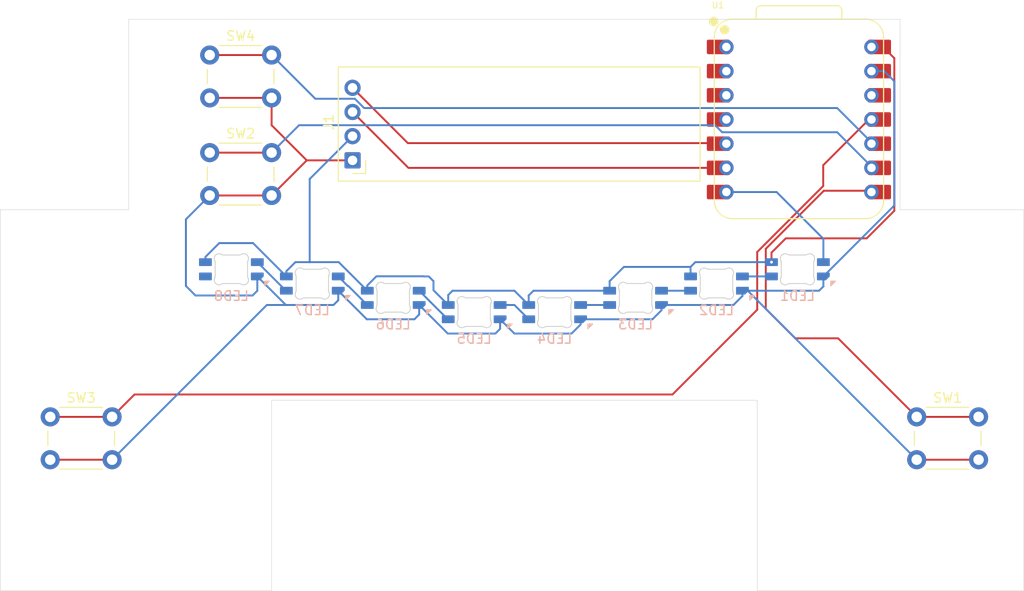
<source format=kicad_pcb>
(kicad_pcb (version 20241229) (generator "pcbnew") (generator_version "9.0")
  (layers (0 "F.Cu" signal) (2 "B.Cu" signal) (13 "F.Paste" user) (15 "B.Paste" user) (5 "F.SilkS" user "F.Silkscreen") (7 "B.SilkS" user "B.Silkscreen") (1 "F.Mask" user) (3 "B.Mask" user) (25 "Edge.Cuts" user))
  (net 0 "")
  (net 1 "+5V")
  (net 2 "GND")
  (net 3 "SDA")
  (net 4 "SCL")
  (net 5 "Net-(LED1-DOUT)")
  (net 6 "LED")
  (net 7 "Net-(LED2-DOUT)")
  (net 8 "Net-(LED3-DOUT)")
  (net 9 "LED1")
  (net 10 "Net-(LED5-DOUT)")
  (net 11 "Net-(LED6-DOUT)")
  (net 12 "Net-(LED7-DOUT)")
  (net 14 "SW1")
  (net 15 "SW2")
  (net 16 "SW3")
  (net 17 "SW4")
  (footprint "Seeed Studio XIAO Series Library:XIAO-RP2040-DIP" (layer "F.Cu") (at 201.38 70.5185)
    (property "Reference" "U1" (at -8.5 -12 0) (layer "F.SilkS") (effects (font (size 0.635 0.635) (thickness 0.1016))))
    (property "Value" "XIAO-RP2040-DIP")
    (fp_line (start -8.89 8.509) (end -8.89 -8.636) (stroke (width 0.127)) (layer "F.SilkS"))
    (fp_line (start -6.985 10.414) (end 6.985 10.414) (stroke (width 0.127)) (layer "F.SilkS"))
    (fp_line (start -4.495 -10.541) (end -4.491272 -11.451272) (stroke (width 0.127)) (layer "F.SilkS"))
    (fp_line (start -3.991272 -11.951) (end 4.004 -11.951) (stroke (width 0.127)) (layer "F.SilkS"))
    (fp_line (start 4.504 -11.451) (end 4.504 -10.541) (stroke (width 0.127)) (layer "F.SilkS"))
    (fp_line (start 6.985 -10.541) (end -6.985 -10.541) (stroke (width 0.1)) (layer "F.SilkS"))
    (fp_line (start 6.985 -10.541) (end -6.985 -10.541) (stroke (width 0.127)) (layer "F.SilkS"))
    (fp_line (start 8.89 8.509) (end 8.89 -8.636) (stroke (width 0.127)) (layer "F.SilkS"))
    (fp_arc (start -8.89 -8.636) (mid -8.332038 -9.983038) (end -6.985 -10.541) (stroke (width 0.127)) (layer "F.SilkS"))
    (fp_arc (start -6.985 10.414) (mid -8.332038 9.856038) (end -8.89 8.509) (stroke (width 0.127)) (layer "F.SilkS"))
    (fp_arc (start -4.491272 -11.451272) (mid -4.344724 -11.804644) (end -3.991272 -11.951) (stroke (width 0.127)) (layer "F.SilkS"))
    (fp_arc (start 4.004 -11.951) (mid 4.357553 -11.804553) (end 4.504 -11.451) (stroke (width 0.127)) (layer "F.SilkS"))
    (fp_arc (start 6.985 -10.541) (mid 8.332038 -9.983038) (end 8.89 -8.636) (stroke (width 0.127)) (layer "F.SilkS"))
    (fp_arc (start 8.89 8.509) (mid 8.332038 9.856038) (end 6.985 10.414) (stroke (width 0.127)) (layer "F.SilkS"))
    (fp_circle (center -8.95 -10.3) (end -8.95 -10.554) (stroke (width 0.5)) (fill yes) (layer "F.SilkS"))
    (fp_circle (center -7.807 -9.42) (end -7.807 -9.674) (stroke (width 0.5)) (fill yes) (layer "F.SilkS"))
    (pad "1" smd roundrect (at -8.455 -7.62 180) (size 2.432 1.524) (layers "F.Cu" "F.Mask") (roundrect_rratio 0.1))
    (pad "1" thru_hole circle (at -7.62 -7.62 180) (size 1.524 1.524) (drill 0.889) (layers "*.Cu" "*.Mask"))
    (pad "2" smd roundrect (at -8.455 -5.08 180) (size 2.432 1.524) (layers "F.Cu" "F.Mask") (roundrect_rratio 0.1))
    (pad "2" thru_hole circle (at -7.62 -5.08 180) (size 1.524 1.524) (drill 0.889) (layers "*.Cu" "*.Mask"))
    (pad "3" smd roundrect (at -8.455 -2.54 180) (size 2.432 1.524) (layers "F.Cu" "F.Mask") (roundrect_rratio 0.1))
    (pad "3" thru_hole circle (at -7.62 -2.54 180) (size 1.524 1.524) (drill 0.889) (layers "*.Cu" "*.Mask"))
    (pad "4" smd roundrect (at -8.455 0 180) (size 2.432 1.524) (layers "F.Cu" "F.Mask") (roundrect_rratio 0.1))
    (pad "4" thru_hole circle (at -7.62 0 180) (size 1.524 1.524) (drill 0.889) (layers "*.Cu" "*.Mask"))
    (pad "5" smd roundrect (at -8.455 2.54 180) (size 2.432 1.524) (layers "F.Cu" "F.Mask") (roundrect_rratio 0.1) (net 3 "SDA"))
    (pad "5" thru_hole circle (at -7.62 2.54 180) (size 1.524 1.524) (drill 0.889) (layers "*.Cu" "*.Mask") (net 3 "SDA"))
    (pad "6" smd roundrect (at -8.455 5.08 180) (size 2.432 1.524) (layers "F.Cu" "F.Mask") (roundrect_rratio 0.1) (net 4 "SCL"))
    (pad "6" thru_hole circle (at -7.62 5.08 180) (size 1.524 1.524) (drill 0.889) (layers "*.Cu" "*.Mask") (net 4 "SCL"))
    (pad "7" smd roundrect (at -8.455 7.62 180) (size 2.432 1.524) (layers "F.Cu" "F.Mask") (roundrect_rratio 0.1) (net 6 "LED"))
    (pad "7" thru_hole circle (at -7.62 7.62 180) (size 1.524 1.524) (drill 0.889) (layers "*.Cu" "*.Mask") (net 6 "LED"))
    (pad "8" thru_hole circle (at 7.62 7.62) (size 1.524 1.524) (drill 0.889) (layers "*.Cu" "*.Mask") (net 14 "SW1"))
    (pad "8" smd roundrect (at 8.455 7.62) (size 2.432 1.524) (layers "F.Cu" "F.Mask") (roundrect_rratio 0.1) (net 14 "SW1"))
    (pad "9" thru_hole circle (at 7.62 5.08) (size 1.524 1.524) (drill 0.889) (layers "*.Cu" "*.Mask") (net 15 "SW2"))
    (pad "9" smd roundrect (at 8.455 5.08) (size 2.432 1.524) (layers "F.Cu" "F.Mask") (roundrect_rratio 0.1) (net 15 "SW2"))
    (pad "10" thru_hole circle (at 7.62 2.54) (size 1.524 1.524) (drill 0.889) (layers "*.Cu" "*.Mask") (net 17 "SW4"))
    (pad "10" smd roundrect (at 8.455 2.54) (size 2.432 1.524) (layers "F.Cu" "F.Mask") (roundrect_rratio 0.1) (net 17 "SW4"))
    (pad "11" thru_hole circle (at 7.62 0) (size 1.524 1.524) (drill 0.889) (layers "*.Cu" "*.Mask") (net 16 "SW3"))
    (pad "11" smd roundrect (at 8.455 0) (size 2.432 1.524) (layers "F.Cu" "F.Mask") (roundrect_rratio 0.1) (net 16 "SW3"))
    (pad "12" thru_hole circle (at 7.62 -2.54) (size 1.524 1.524) (drill 0.889) (layers "*.Cu" "*.Mask"))
    (pad "12" smd roundrect (at 8.455 -2.54) (size 2.432 1.524) (layers "F.Cu" "F.Mask") (roundrect_rratio 0.1))
    (pad "13" thru_hole circle (at 7.62 -5.08) (size 1.524 1.524) (drill 0.889) (layers "*.Cu" "*.Mask") (net 2 "GND"))
    (pad "13" smd roundrect (at 8.455 -5.08) (size 2.432 1.524) (layers "F.Cu" "F.Mask") (roundrect_rratio 0.1) (net 2 "GND"))
    (pad "14" thru_hole circle (at 7.62 -7.62) (size 1.524 1.524) (drill 0.889) (layers "*.Cu" "*.Mask") (net 1 "+5V"))
    (pad "14" smd roundrect (at 8.455 -7.62) (size 2.432 1.524) (layers "F.Cu" "F.Mask") (roundrect_rratio 0.1) (net 1 "+5V"))
  )
  (footprint "OLED:OLED_0.91_128x32" (layer "F.Cu") (at 154.5 74.81 90)
    (property "Reference" "J1" (at 4 -2.5 90) (layer "F.SilkS"))
    (property "Value" "Conn_01x04_Pin")
    (fp_line (start -1.38 0) (end -1.38 1.38) (stroke (width 0.12)) (layer "F.SilkS"))
    (fp_line (start 0 1.38) (end -1.38 1.38) (stroke (width 0.12)) (layer "F.SilkS"))
    (fp_rect (start -2.19 -1.5) (end 9.81 36.5) (stroke (width 0.12)) (fill no) (layer "F.SilkS"))
    (pad "1" thru_hole roundrect (at 0 0 90) (size 1.7 1.7) (drill 1) (layers "*.Cu" "*.Mask") (roundrect_rratio 0.1) (net 2 "GND"))
    (pad "2" thru_hole circle (at 2.54 0 90) (size 1.7 1.7) (drill 1) (layers "*.Cu" "*.Mask") (net 1 "+5V"))
    (pad "3" thru_hole circle (at 5.08 0 90) (size 1.7 1.7) (drill 1) (layers "*.Cu" "*.Mask") (net 4 "SCL"))
    (pad "4" thru_hole circle (at 7.62 0 90) (size 1.7 1.7) (drill 1) (layers "*.Cu" "*.Mask") (net 3 "SDA"))
  )
  (footprint "Button_Switch_THT:SW_PUSH_6mm_H7.3mm" (layer "F.Cu") (at 122.75 101.75)
    (property "Reference" "SW3" (at 3.25 -2 0) (layer "F.SilkS"))
    (property "Value" "SW_Push")
    (fp_line (start -0.25 1.5) (end -0.25 3) (stroke (width 0.12)) (layer "F.SilkS"))
    (fp_line (start 1 5.5) (end 5.5 5.5) (stroke (width 0.12)) (layer "F.SilkS"))
    (fp_line (start 5.5 -1) (end 1 -1) (stroke (width 0.12)) (layer "F.SilkS"))
    (fp_line (start 6.75 3) (end 6.75 1.5) (stroke (width 0.12)) (layer "F.SilkS"))
    (pad "1" thru_hole circle (at 0 0 90) (size 2 2) (drill 1.1) (layers "*.Cu" "*.Mask") (net 16 "SW3"))
    (pad "1" thru_hole circle (at 6.5 0 90) (size 2 2) (drill 1.1) (layers "*.Cu" "*.Mask") (net 16 "SW3"))
    (pad "2" thru_hole circle (at 0 4.5 90) (size 2 2) (drill 1.1) (layers "*.Cu" "*.Mask") (net 2 "GND"))
    (pad "2" thru_hole circle (at 6.5 4.5 90) (size 2 2) (drill 1.1) (layers "*.Cu" "*.Mask") (net 2 "GND"))
  )
  (footprint "Button_Switch_THT:SW_PUSH_6mm_H7.3mm" (layer "F.Cu") (at 213.75 101.75)
    (property "Reference" "SW1" (at 3.25 -2 0) (layer "F.SilkS"))
    (property "Value" "SW_Push")
    (fp_line (start -0.25 1.5) (end -0.25 3) (stroke (width 0.12)) (layer "F.SilkS"))
    (fp_line (start 1 5.5) (end 5.5 5.5) (stroke (width 0.12)) (layer "F.SilkS"))
    (fp_line (start 5.5 -1) (end 1 -1) (stroke (width 0.12)) (layer "F.SilkS"))
    (fp_line (start 6.75 3) (end 6.75 1.5) (stroke (width 0.12)) (layer "F.SilkS"))
    (pad "1" thru_hole circle (at 0 0 90) (size 2 2) (drill 1.1) (layers "*.Cu" "*.Mask") (net 14 "SW1"))
    (pad "1" thru_hole circle (at 6.5 0 90) (size 2 2) (drill 1.1) (layers "*.Cu" "*.Mask") (net 14 "SW1"))
    (pad "2" thru_hole circle (at 0 4.5 90) (size 2 2) (drill 1.1) (layers "*.Cu" "*.Mask") (net 2 "GND"))
    (pad "2" thru_hole circle (at 6.5 4.5 90) (size 2 2) (drill 1.1) (layers "*.Cu" "*.Mask") (net 2 "GND"))
  )
  (footprint "Button_Switch_THT:SW_PUSH_6mm_H7.3mm" (layer "F.Cu") (at 139.5 63.75)
    (property "Reference" "SW4" (at 3.25 -2 0) (layer "F.SilkS"))
    (property "Value" "SW_Push")
    (fp_line (start -0.25 1.5) (end -0.25 3) (stroke (width 0.12)) (layer "F.SilkS"))
    (fp_line (start 1 5.5) (end 5.5 5.5) (stroke (width 0.12)) (layer "F.SilkS"))
    (fp_line (start 5.5 -1) (end 1 -1) (stroke (width 0.12)) (layer "F.SilkS"))
    (fp_line (start 6.75 3) (end 6.75 1.5) (stroke (width 0.12)) (layer "F.SilkS"))
    (pad "1" thru_hole circle (at 0 0 90) (size 2 2) (drill 1.1) (layers "*.Cu" "*.Mask") (net 17 "SW4"))
    (pad "1" thru_hole circle (at 6.5 0 90) (size 2 2) (drill 1.1) (layers "*.Cu" "*.Mask") (net 17 "SW4"))
    (pad "2" thru_hole circle (at 0 4.5 90) (size 2 2) (drill 1.1) (layers "*.Cu" "*.Mask") (net 2 "GND"))
    (pad "2" thru_hole circle (at 6.5 4.5 90) (size 2 2) (drill 1.1) (layers "*.Cu" "*.Mask") (net 2 "GND"))
  )
  (footprint "Button_Switch_THT:SW_PUSH_6mm_H7.3mm" (layer "F.Cu") (at 139.5 74)
    (property "Reference" "SW2" (at 3.25 -2 0) (layer "F.SilkS"))
    (property "Value" "SW_Push")
    (fp_line (start -0.25 1.5) (end -0.25 3) (stroke (width 0.12)) (layer "F.SilkS"))
    (fp_line (start 1 5.5) (end 5.5 5.5) (stroke (width 0.12)) (layer "F.SilkS"))
    (fp_line (start 5.5 -1) (end 1 -1) (stroke (width 0.12)) (layer "F.SilkS"))
    (fp_line (start 6.75 3) (end 6.75 1.5) (stroke (width 0.12)) (layer "F.SilkS"))
    (pad "1" thru_hole circle (at 0 0 90) (size 2 2) (drill 1.1) (layers "*.Cu" "*.Mask") (net 15 "SW2"))
    (pad "1" thru_hole circle (at 6.5 0 90) (size 2 2) (drill 1.1) (layers "*.Cu" "*.Mask") (net 15 "SW2"))
    (pad "2" thru_hole circle (at 0 4.5 90) (size 2 2) (drill 1.1) (layers "*.Cu" "*.Mask") (net 2 "GND"))
    (pad "2" thru_hole circle (at 6.5 4.5 90) (size 2 2) (drill 1.1) (layers "*.Cu" "*.Mask") (net 2 "GND"))
  )
  (footprint "PCM_marbastlib-various:LED_6028R" (layer "B.Cu") (at 201.225 86.25 180)
    (property "Reference" "LED1" (at 0 -2.8 0) (layer "B.SilkS") (effects (justify mirror)))
    (property "Value" "SK6812MINI-E")
    (fp_poly (pts (xy -3.5 -1.25) (xy -3.5 -1.73) (xy -3.98 -1.25) (xy -3.5 -1.25)) (stroke (width 0.12)) (fill yes) (layer "B.SilkS"))
    (fp_line (start 1.699999 -0.702841) (end 1.699999 0.702843) (stroke (width 0.1)) (layer "Edge.Cuts"))
    (fp_line (start 0.794452 1.5) (end -0.794453 1.5) (stroke (width 0.1)) (layer "Edge.Cuts"))
    (fp_line (start -0.794452 -1.499999) (end 0.794452 -1.499999) (stroke (width 0.1)) (layer "Edge.Cuts"))
    (fp_line (start -1.699999 0.702843) (end -1.699999 -0.702841) (stroke (width 0.1)) (layer "Edge.Cuts"))
    (fp_arc (start 1.749484 0.919721) (mid 1.712526 0.814069) (end 1.699999 0.702843) (stroke (width 0.1)) (layer "Edge.Cuts"))
    (fp_arc (start 1.749484 0.919721) (mid 1.638072 1.504036) (end 1.046711 1.5683) (stroke (width 0.1)) (layer "Edge.Cuts"))
    (fp_arc (start 1.699999 -0.702842) (mid 1.712536 -0.814064) (end 1.749484 -0.919719) (stroke (width 0.1)) (layer "Edge.Cuts"))
    (fp_arc (start 1.046711 -1.568296) (mid 1.63807 -1.504033) (end 1.749484 -0.919719) (stroke (width 0.1)) (layer "Edge.Cuts"))
    (fp_arc (start 1.04671 -1.568298) (mid 0.925122 -1.517376) (end 0.794452 -1.499999) (stroke (width 0.1)) (layer "Edge.Cuts"))
    (fp_arc (start 0.794453 1.500001) (mid 0.925123 1.517378) (end 1.046711 1.5683) (stroke (width 0.1)) (layer "Edge.Cuts"))
    (fp_arc (start -0.794452 -1.499999) (mid -0.925123 -1.517376) (end -1.046711 -1.568298) (stroke (width 0.1)) (layer "Edge.Cuts"))
    (fp_arc (start -1.046711 1.568299) (mid -0.925123 1.517377) (end -0.794453 1.5) (stroke (width 0.1)) (layer "Edge.Cuts"))
    (fp_arc (start -1.046711 1.568299) (mid -1.638071 1.504036) (end -1.749484 0.919721) (stroke (width 0.1)) (layer "Edge.Cuts"))
    (fp_arc (start -1.699999 0.702844) (mid -1.712527 0.814069) (end -1.749484 0.919721) (stroke (width 0.1)) (layer "Edge.Cuts"))
    (fp_arc (start -1.749484 -0.919718) (mid -1.638072 -1.504034) (end -1.046711 -1.568298) (stroke (width 0.1)) (layer "Edge.Cuts"))
    (fp_arc (start -1.749484 -0.919719) (mid -1.712527 -0.814067) (end -1.699999 -0.702841) (stroke (width 0.1)) (layer "Edge.Cuts"))
    (pad "1" smd roundrect (at 2.725 0.75 90) (size 0.82 1.35) (layers "B.Cu" "B.Mask" "B.Paste") (roundrect_rratio 0.1) (net 1 "+5V"))
    (pad "2" smd roundrect (at 2.725 -0.75 90) (size 0.82 1.35) (layers "B.Cu" "B.Mask" "B.Paste") (roundrect_rratio 0.1) (net 5 "Net-(LED1-DOUT)"))
    (pad "3" smd roundrect (at -2.725 0.75 90) (size 0.82 1.35) (layers "B.Cu" "B.Mask" "B.Paste") (roundrect_rratio 0.1) (net 6 "LED"))
    (pad "4" smd roundrect (at -2.725 -0.75 90) (size 0.82 1.35) (layers "B.Cu" "B.Mask" "B.Paste") (roundrect_rratio 0.1) (chamfer_ratio 0.5) (chamfer bottom_left) (net 2 "GND"))
  )
  (footprint "PCM_marbastlib-various:LED_6028R" (layer "B.Cu") (at 167.275 90.75 180)
    (property "Reference" "LED5" (at 0 -2.8 0) (layer "B.SilkS") (effects (justify mirror)))
    (property "Value" "SK6812MINI-E")
    (fp_poly (pts (xy -3.5 -1.25) (xy -3.5 -1.73) (xy -3.98 -1.25) (xy -3.5 -1.25)) (stroke (width 0.12)) (fill yes) (layer "B.SilkS"))
    (fp_line (start 1.699999 -0.702841) (end 1.699999 0.702843) (stroke (width 0.1)) (layer "Edge.Cuts"))
    (fp_line (start 0.794452 1.5) (end -0.794453 1.5) (stroke (width 0.1)) (layer "Edge.Cuts"))
    (fp_line (start -0.794452 -1.499999) (end 0.794452 -1.499999) (stroke (width 0.1)) (layer "Edge.Cuts"))
    (fp_line (start -1.699999 0.702843) (end -1.699999 -0.702841) (stroke (width 0.1)) (layer "Edge.Cuts"))
    (fp_arc (start 1.749484 0.919721) (mid 1.712526 0.814069) (end 1.699999 0.702843) (stroke (width 0.1)) (layer "Edge.Cuts"))
    (fp_arc (start 1.749484 0.919721) (mid 1.638072 1.504036) (end 1.046711 1.5683) (stroke (width 0.1)) (layer "Edge.Cuts"))
    (fp_arc (start 1.699999 -0.702842) (mid 1.712536 -0.814064) (end 1.749484 -0.919719) (stroke (width 0.1)) (layer "Edge.Cuts"))
    (fp_arc (start 1.046711 -1.568296) (mid 1.63807 -1.504033) (end 1.749484 -0.919719) (stroke (width 0.1)) (layer "Edge.Cuts"))
    (fp_arc (start 1.04671 -1.568298) (mid 0.925122 -1.517376) (end 0.794452 -1.499999) (stroke (width 0.1)) (layer "Edge.Cuts"))
    (fp_arc (start 0.794453 1.500001) (mid 0.925123 1.517378) (end 1.046711 1.5683) (stroke (width 0.1)) (layer "Edge.Cuts"))
    (fp_arc (start -0.794452 -1.499999) (mid -0.925123 -1.517376) (end -1.046711 -1.568298) (stroke (width 0.1)) (layer "Edge.Cuts"))
    (fp_arc (start -1.046711 1.568299) (mid -0.925123 1.517377) (end -0.794453 1.5) (stroke (width 0.1)) (layer "Edge.Cuts"))
    (fp_arc (start -1.046711 1.568299) (mid -1.638071 1.504036) (end -1.749484 0.919721) (stroke (width 0.1)) (layer "Edge.Cuts"))
    (fp_arc (start -1.699999 0.702844) (mid -1.712527 0.814069) (end -1.749484 0.919721) (stroke (width 0.1)) (layer "Edge.Cuts"))
    (fp_arc (start -1.749484 -0.919718) (mid -1.638072 -1.504034) (end -1.046711 -1.568298) (stroke (width 0.1)) (layer "Edge.Cuts"))
    (fp_arc (start -1.749484 -0.919719) (mid -1.712527 -0.814067) (end -1.699999 -0.702841) (stroke (width 0.1)) (layer "Edge.Cuts"))
    (pad "1" smd roundrect (at 2.725 0.75 90) (size 0.82 1.35) (layers "B.Cu" "B.Mask" "B.Paste") (roundrect_rratio 0.1) (net 1 "+5V"))
    (pad "2" smd roundrect (at 2.725 -0.75 90) (size 0.82 1.35) (layers "B.Cu" "B.Mask" "B.Paste") (roundrect_rratio 0.1) (net 10 "Net-(LED5-DOUT)"))
    (pad "3" smd roundrect (at -2.725 0.75 90) (size 0.82 1.35) (layers "B.Cu" "B.Mask" "B.Paste") (roundrect_rratio 0.1) (net 9 "LED1"))
    (pad "4" smd roundrect (at -2.725 -0.75 90) (size 0.82 1.35) (layers "B.Cu" "B.Mask" "B.Paste") (roundrect_rratio 0.1) (chamfer_ratio 0.5) (chamfer bottom_left) (net 2 "GND"))
  )
  (footprint "PCM_marbastlib-various:LED_6028R" (layer "B.Cu") (at 192.725 87.75 180)
    (property "Reference" "LED2" (at 0 -2.8 0) (layer "B.SilkS") (effects (justify mirror)))
    (property "Value" "SK6812MINI-E")
    (fp_poly (pts (xy -3.5 -1.25) (xy -3.5 -1.73) (xy -3.98 -1.25) (xy -3.5 -1.25)) (stroke (width 0.12)) (fill yes) (layer "B.SilkS"))
    (fp_line (start 1.699999 -0.702841) (end 1.699999 0.702843) (stroke (width 0.1)) (layer "Edge.Cuts"))
    (fp_line (start 0.794452 1.5) (end -0.794453 1.5) (stroke (width 0.1)) (layer "Edge.Cuts"))
    (fp_line (start -0.794452 -1.499999) (end 0.794452 -1.499999) (stroke (width 0.1)) (layer "Edge.Cuts"))
    (fp_line (start -1.699999 0.702843) (end -1.699999 -0.702841) (stroke (width 0.1)) (layer "Edge.Cuts"))
    (fp_arc (start 1.749484 0.919721) (mid 1.712526 0.814069) (end 1.699999 0.702843) (stroke (width 0.1)) (layer "Edge.Cuts"))
    (fp_arc (start 1.749484 0.919721) (mid 1.638072 1.504036) (end 1.046711 1.5683) (stroke (width 0.1)) (layer "Edge.Cuts"))
    (fp_arc (start 1.699999 -0.702842) (mid 1.712536 -0.814064) (end 1.749484 -0.919719) (stroke (width 0.1)) (layer "Edge.Cuts"))
    (fp_arc (start 1.046711 -1.568296) (mid 1.63807 -1.504033) (end 1.749484 -0.919719) (stroke (width 0.1)) (layer "Edge.Cuts"))
    (fp_arc (start 1.04671 -1.568298) (mid 0.925122 -1.517376) (end 0.794452 -1.499999) (stroke (width 0.1)) (layer "Edge.Cuts"))
    (fp_arc (start 0.794453 1.500001) (mid 0.925123 1.517378) (end 1.046711 1.5683) (stroke (width 0.1)) (layer "Edge.Cuts"))
    (fp_arc (start -0.794452 -1.499999) (mid -0.925123 -1.517376) (end -1.046711 -1.568298) (stroke (width 0.1)) (layer "Edge.Cuts"))
    (fp_arc (start -1.046711 1.568299) (mid -0.925123 1.517377) (end -0.794453 1.5) (stroke (width 0.1)) (layer "Edge.Cuts"))
    (fp_arc (start -1.046711 1.568299) (mid -1.638071 1.504036) (end -1.749484 0.919721) (stroke (width 0.1)) (layer "Edge.Cuts"))
    (fp_arc (start -1.699999 0.702844) (mid -1.712527 0.814069) (end -1.749484 0.919721) (stroke (width 0.1)) (layer "Edge.Cuts"))
    (fp_arc (start -1.749484 -0.919718) (mid -1.638072 -1.504034) (end -1.046711 -1.568298) (stroke (width 0.1)) (layer "Edge.Cuts"))
    (fp_arc (start -1.749484 -0.919719) (mid -1.712527 -0.814067) (end -1.699999 -0.702841) (stroke (width 0.1)) (layer "Edge.Cuts"))
    (pad "1" smd roundrect (at 2.725 0.75 90) (size 0.82 1.35) (layers "B.Cu" "B.Mask" "B.Paste") (roundrect_rratio 0.1) (net 1 "+5V"))
    (pad "2" smd roundrect (at 2.725 -0.75 90) (size 0.82 1.35) (layers "B.Cu" "B.Mask" "B.Paste") (roundrect_rratio 0.1) (net 7 "Net-(LED2-DOUT)"))
    (pad "3" smd roundrect (at -2.725 0.75 90) (size 0.82 1.35) (layers "B.Cu" "B.Mask" "B.Paste") (roundrect_rratio 0.1) (net 5 "Net-(LED1-DOUT)"))
    (pad "4" smd roundrect (at -2.725 -0.75 90) (size 0.82 1.35) (layers "B.Cu" "B.Mask" "B.Paste") (roundrect_rratio 0.1) (chamfer_ratio 0.5) (chamfer bottom_left) (net 2 "GND"))
  )
  (footprint "PCM_marbastlib-various:LED_6028R" (layer "B.Cu") (at 175.725 90.75 180)
    (property "Reference" "LED4" (at 0 -2.8 0) (layer "B.SilkS") (effects (justify mirror)))
    (property "Value" "SK6812MINI-E")
    (fp_poly (pts (xy -3.5 -1.25) (xy -3.5 -1.73) (xy -3.98 -1.25) (xy -3.5 -1.25)) (stroke (width 0.12)) (fill yes) (layer "B.SilkS"))
    (fp_line (start 1.699999 -0.702841) (end 1.699999 0.702843) (stroke (width 0.1)) (layer "Edge.Cuts"))
    (fp_line (start 0.794452 1.5) (end -0.794453 1.5) (stroke (width 0.1)) (layer "Edge.Cuts"))
    (fp_line (start -0.794452 -1.499999) (end 0.794452 -1.499999) (stroke (width 0.1)) (layer "Edge.Cuts"))
    (fp_line (start -1.699999 0.702843) (end -1.699999 -0.702841) (stroke (width 0.1)) (layer "Edge.Cuts"))
    (fp_arc (start 1.749484 0.919721) (mid 1.712526 0.814069) (end 1.699999 0.702843) (stroke (width 0.1)) (layer "Edge.Cuts"))
    (fp_arc (start 1.749484 0.919721) (mid 1.638072 1.504036) (end 1.046711 1.5683) (stroke (width 0.1)) (layer "Edge.Cuts"))
    (fp_arc (start 1.699999 -0.702842) (mid 1.712536 -0.814064) (end 1.749484 -0.919719) (stroke (width 0.1)) (layer "Edge.Cuts"))
    (fp_arc (start 1.046711 -1.568296) (mid 1.63807 -1.504033) (end 1.749484 -0.919719) (stroke (width 0.1)) (layer "Edge.Cuts"))
    (fp_arc (start 1.04671 -1.568298) (mid 0.925122 -1.517376) (end 0.794452 -1.499999) (stroke (width 0.1)) (layer "Edge.Cuts"))
    (fp_arc (start 0.794453 1.500001) (mid 0.925123 1.517378) (end 1.046711 1.5683) (stroke (width 0.1)) (layer "Edge.Cuts"))
    (fp_arc (start -0.794452 -1.499999) (mid -0.925123 -1.517376) (end -1.046711 -1.568298) (stroke (width 0.1)) (layer "Edge.Cuts"))
    (fp_arc (start -1.046711 1.568299) (mid -0.925123 1.517377) (end -0.794453 1.5) (stroke (width 0.1)) (layer "Edge.Cuts"))
    (fp_arc (start -1.046711 1.568299) (mid -1.638071 1.504036) (end -1.749484 0.919721) (stroke (width 0.1)) (layer "Edge.Cuts"))
    (fp_arc (start -1.699999 0.702844) (mid -1.712527 0.814069) (end -1.749484 0.919721) (stroke (width 0.1)) (layer "Edge.Cuts"))
    (fp_arc (start -1.749484 -0.919718) (mid -1.638072 -1.504034) (end -1.046711 -1.568298) (stroke (width 0.1)) (layer "Edge.Cuts"))
    (fp_arc (start -1.749484 -0.919719) (mid -1.712527 -0.814067) (end -1.699999 -0.702841) (stroke (width 0.1)) (layer "Edge.Cuts"))
    (pad "1" smd roundrect (at 2.725 0.75 90) (size 0.82 1.35) (layers "B.Cu" "B.Mask" "B.Paste") (roundrect_rratio 0.1) (net 1 "+5V"))
    (pad "2" smd roundrect (at 2.725 -0.75 90) (size 0.82 1.35) (layers "B.Cu" "B.Mask" "B.Paste") (roundrect_rratio 0.1) (net 9 "LED1"))
    (pad "3" smd roundrect (at -2.725 0.75 90) (size 0.82 1.35) (layers "B.Cu" "B.Mask" "B.Paste") (roundrect_rratio 0.1) (net 8 "Net-(LED3-DOUT)"))
    (pad "4" smd roundrect (at -2.725 -0.75 90) (size 0.82 1.35) (layers "B.Cu" "B.Mask" "B.Paste") (roundrect_rratio 0.1) (chamfer_ratio 0.5) (chamfer bottom_left) (net 2 "GND"))
  )
  (footprint "PCM_marbastlib-various:LED_6028R" (layer "B.Cu") (at 150.275 87.75 180)
    (property "Reference" "LED7" (at 0 -2.8 0) (layer "B.SilkS") (effects (justify mirror)))
    (property "Value" "SK6812MINI-E")
    (fp_poly (pts (xy -3.5 -1.25) (xy -3.5 -1.73) (xy -3.98 -1.25) (xy -3.5 -1.25)) (stroke (width 0.12)) (fill yes) (layer "B.SilkS"))
    (fp_line (start 1.699999 -0.702841) (end 1.699999 0.702843) (stroke (width 0.1)) (layer "Edge.Cuts"))
    (fp_line (start 0.794452 1.5) (end -0.794453 1.5) (stroke (width 0.1)) (layer "Edge.Cuts"))
    (fp_line (start -0.794452 -1.499999) (end 0.794452 -1.499999) (stroke (width 0.1)) (layer "Edge.Cuts"))
    (fp_line (start -1.699999 0.702843) (end -1.699999 -0.702841) (stroke (width 0.1)) (layer "Edge.Cuts"))
    (fp_arc (start 1.749484 0.919721) (mid 1.712526 0.814069) (end 1.699999 0.702843) (stroke (width 0.1)) (layer "Edge.Cuts"))
    (fp_arc (start 1.749484 0.919721) (mid 1.638072 1.504036) (end 1.046711 1.5683) (stroke (width 0.1)) (layer "Edge.Cuts"))
    (fp_arc (start 1.699999 -0.702842) (mid 1.712536 -0.814064) (end 1.749484 -0.919719) (stroke (width 0.1)) (layer "Edge.Cuts"))
    (fp_arc (start 1.046711 -1.568296) (mid 1.63807 -1.504033) (end 1.749484 -0.919719) (stroke (width 0.1)) (layer "Edge.Cuts"))
    (fp_arc (start 1.04671 -1.568298) (mid 0.925122 -1.517376) (end 0.794452 -1.499999) (stroke (width 0.1)) (layer "Edge.Cuts"))
    (fp_arc (start 0.794453 1.500001) (mid 0.925123 1.517378) (end 1.046711 1.5683) (stroke (width 0.1)) (layer "Edge.Cuts"))
    (fp_arc (start -0.794452 -1.499999) (mid -0.925123 -1.517376) (end -1.046711 -1.568298) (stroke (width 0.1)) (layer "Edge.Cuts"))
    (fp_arc (start -1.046711 1.568299) (mid -0.925123 1.517377) (end -0.794453 1.5) (stroke (width 0.1)) (layer "Edge.Cuts"))
    (fp_arc (start -1.046711 1.568299) (mid -1.638071 1.504036) (end -1.749484 0.919721) (stroke (width 0.1)) (layer "Edge.Cuts"))
    (fp_arc (start -1.699999 0.702844) (mid -1.712527 0.814069) (end -1.749484 0.919721) (stroke (width 0.1)) (layer "Edge.Cuts"))
    (fp_arc (start -1.749484 -0.919718) (mid -1.638072 -1.504034) (end -1.046711 -1.568298) (stroke (width 0.1)) (layer "Edge.Cuts"))
    (fp_arc (start -1.749484 -0.919719) (mid -1.712527 -0.814067) (end -1.699999 -0.702841) (stroke (width 0.1)) (layer "Edge.Cuts"))
    (pad "1" smd roundrect (at 2.725 0.75 90) (size 0.82 1.35) (layers "B.Cu" "B.Mask" "B.Paste") (roundrect_rratio 0.1) (net 1 "+5V"))
    (pad "2" smd roundrect (at 2.725 -0.75 90) (size 0.82 1.35) (layers "B.Cu" "B.Mask" "B.Paste") (roundrect_rratio 0.1) (net 12 "Net-(LED7-DOUT)"))
    (pad "3" smd roundrect (at -2.725 0.75 90) (size 0.82 1.35) (layers "B.Cu" "B.Mask" "B.Paste") (roundrect_rratio 0.1) (net 11 "Net-(LED6-DOUT)"))
    (pad "4" smd roundrect (at -2.725 -0.75 90) (size 0.82 1.35) (layers "B.Cu" "B.Mask" "B.Paste") (roundrect_rratio 0.1) (chamfer_ratio 0.5) (chamfer bottom_left) (net 2 "GND"))
  )
  (footprint "PCM_marbastlib-various:LED_6028R" (layer "B.Cu") (at 141.775 86.25 180)
    (property "Reference" "LED8" (at 0 -2.8 0) (layer "B.SilkS") (effects (justify mirror)))
    (property "Value" "SK6812MINI-E")
    (fp_poly (pts (xy -3.5 -1.25) (xy -3.5 -1.73) (xy -3.98 -1.25) (xy -3.5 -1.25)) (stroke (width 0.12)) (fill yes) (layer "B.SilkS"))
    (fp_line (start 1.699999 -0.702841) (end 1.699999 0.702843) (stroke (width 0.1)) (layer "Edge.Cuts"))
    (fp_line (start 0.794452 1.5) (end -0.794453 1.5) (stroke (width 0.1)) (layer "Edge.Cuts"))
    (fp_line (start -0.794452 -1.499999) (end 0.794452 -1.499999) (stroke (width 0.1)) (layer "Edge.Cuts"))
    (fp_line (start -1.699999 0.702843) (end -1.699999 -0.702841) (stroke (width 0.1)) (layer "Edge.Cuts"))
    (fp_arc (start 1.749484 0.919721) (mid 1.712526 0.814069) (end 1.699999 0.702843) (stroke (width 0.1)) (layer "Edge.Cuts"))
    (fp_arc (start 1.749484 0.919721) (mid 1.638072 1.504036) (end 1.046711 1.5683) (stroke (width 0.1)) (layer "Edge.Cuts"))
    (fp_arc (start 1.699999 -0.702842) (mid 1.712536 -0.814064) (end 1.749484 -0.919719) (stroke (width 0.1)) (layer "Edge.Cuts"))
    (fp_arc (start 1.046711 -1.568296) (mid 1.63807 -1.504033) (end 1.749484 -0.919719) (stroke (width 0.1)) (layer "Edge.Cuts"))
    (fp_arc (start 1.04671 -1.568298) (mid 0.925122 -1.517376) (end 0.794452 -1.499999) (stroke (width 0.1)) (layer "Edge.Cuts"))
    (fp_arc (start 0.794453 1.500001) (mid 0.925123 1.517378) (end 1.046711 1.5683) (stroke (width 0.1)) (layer "Edge.Cuts"))
    (fp_arc (start -0.794452 -1.499999) (mid -0.925123 -1.517376) (end -1.046711 -1.568298) (stroke (width 0.1)) (layer "Edge.Cuts"))
    (fp_arc (start -1.046711 1.568299) (mid -0.925123 1.517377) (end -0.794453 1.5) (stroke (width 0.1)) (layer "Edge.Cuts"))
    (fp_arc (start -1.046711 1.568299) (mid -1.638071 1.504036) (end -1.749484 0.919721) (stroke (width 0.1)) (layer "Edge.Cuts"))
    (fp_arc (start -1.699999 0.702844) (mid -1.712527 0.814069) (end -1.749484 0.919721) (stroke (width 0.1)) (layer "Edge.Cuts"))
    (fp_arc (start -1.749484 -0.919718) (mid -1.638072 -1.504034) (end -1.046711 -1.568298) (stroke (width 0.1)) (layer "Edge.Cuts"))
    (fp_arc (start -1.749484 -0.919719) (mid -1.712527 -0.814067) (end -1.699999 -0.702841) (stroke (width 0.1)) (layer "Edge.Cuts"))
    (pad "1" smd roundrect (at 2.725 0.75 90) (size 0.82 1.35) (layers "B.Cu" "B.Mask" "B.Paste") (roundrect_rratio 0.1) (net 1 "+5V"))
    (pad "2" smd roundrect (at 2.725 -0.75 90) (size 0.82 1.35) (layers "B.Cu" "B.Mask" "B.Paste") (roundrect_rratio 0.1))
    (pad "3" smd roundrect (at -2.725 0.75 90) (size 0.82 1.35) (layers "B.Cu" "B.Mask" "B.Paste") (roundrect_rratio 0.1) (net 12 "Net-(LED7-DOUT)"))
    (pad "4" smd roundrect (at -2.725 -0.75 90) (size 0.82 1.35) (layers "B.Cu" "B.Mask" "B.Paste") (roundrect_rratio 0.1) (chamfer_ratio 0.5) (chamfer bottom_left) (net 2 "GND"))
  )
  (footprint "PCM_marbastlib-various:LED_6028R" (layer "B.Cu") (at 158.775 89.25 180)
    (property "Reference" "LED6" (at 0 -2.8 0) (layer "B.SilkS") (effects (justify mirror)))
    (property "Value" "SK6812MINI-E")
    (fp_poly (pts (xy -3.5 -1.25) (xy -3.5 -1.73) (xy -3.98 -1.25) (xy -3.5 -1.25)) (stroke (width 0.12)) (fill yes) (layer "B.SilkS"))
    (fp_line (start 1.699999 -0.702841) (end 1.699999 0.702843) (stroke (width 0.1)) (layer "Edge.Cuts"))
    (fp_line (start 0.794452 1.5) (end -0.794453 1.5) (stroke (width 0.1)) (layer "Edge.Cuts"))
    (fp_line (start -0.794452 -1.499999) (end 0.794452 -1.499999) (stroke (width 0.1)) (layer "Edge.Cuts"))
    (fp_line (start -1.699999 0.702843) (end -1.699999 -0.702841) (stroke (width 0.1)) (layer "Edge.Cuts"))
    (fp_arc (start 1.749484 0.919721) (mid 1.712526 0.814069) (end 1.699999 0.702843) (stroke (width 0.1)) (layer "Edge.Cuts"))
    (fp_arc (start 1.749484 0.919721) (mid 1.638072 1.504036) (end 1.046711 1.5683) (stroke (width 0.1)) (layer "Edge.Cuts"))
    (fp_arc (start 1.699999 -0.702842) (mid 1.712536 -0.814064) (end 1.749484 -0.919719) (stroke (width 0.1)) (layer "Edge.Cuts"))
    (fp_arc (start 1.046711 -1.568296) (mid 1.63807 -1.504033) (end 1.749484 -0.919719) (stroke (width 0.1)) (layer "Edge.Cuts"))
    (fp_arc (start 1.04671 -1.568298) (mid 0.925122 -1.517376) (end 0.794452 -1.499999) (stroke (width 0.1)) (layer "Edge.Cuts"))
    (fp_arc (start 0.794453 1.500001) (mid 0.925123 1.517378) (end 1.046711 1.5683) (stroke (width 0.1)) (layer "Edge.Cuts"))
    (fp_arc (start -0.794452 -1.499999) (mid -0.925123 -1.517376) (end -1.046711 -1.568298) (stroke (width 0.1)) (layer "Edge.Cuts"))
    (fp_arc (start -1.046711 1.568299) (mid -0.925123 1.517377) (end -0.794453 1.5) (stroke (width 0.1)) (layer "Edge.Cuts"))
    (fp_arc (start -1.046711 1.568299) (mid -1.638071 1.504036) (end -1.749484 0.919721) (stroke (width 0.1)) (layer "Edge.Cuts"))
    (fp_arc (start -1.699999 0.702844) (mid -1.712527 0.814069) (end -1.749484 0.919721) (stroke (width 0.1)) (layer "Edge.Cuts"))
    (fp_arc (start -1.749484 -0.919718) (mid -1.638072 -1.504034) (end -1.046711 -1.568298) (stroke (width 0.1)) (layer "Edge.Cuts"))
    (fp_arc (start -1.749484 -0.919719) (mid -1.712527 -0.814067) (end -1.699999 -0.702841) (stroke (width 0.1)) (layer "Edge.Cuts"))
    (pad "1" smd roundrect (at 2.725 0.75 90) (size 0.82 1.35) (layers "B.Cu" "B.Mask" "B.Paste") (roundrect_rratio 0.1) (net 1 "+5V"))
    (pad "2" smd roundrect (at 2.725 -0.75 90) (size 0.82 1.35) (layers "B.Cu" "B.Mask" "B.Paste") (roundrect_rratio 0.1) (net 11 "Net-(LED6-DOUT)"))
    (pad "3" smd roundrect (at -2.725 0.75 90) (size 0.82 1.35) (layers "B.Cu" "B.Mask" "B.Paste") (roundrect_rratio 0.1) (net 10 "Net-(LED5-DOUT)"))
    (pad "4" smd roundrect (at -2.725 -0.75 90) (size 0.82 1.35) (layers "B.Cu" "B.Mask" "B.Paste") (roundrect_rratio 0.1) (chamfer_ratio 0.5) (chamfer bottom_left) (net 2 "GND"))
  )
  (footprint "PCM_marbastlib-various:LED_6028R" (layer "B.Cu") (at 184.225 89.25 180)
    (property "Reference" "LED3" (at 0 -2.8 0) (layer "B.SilkS") (effects (justify mirror)))
    (property "Value" "SK6812MINI-E")
    (fp_poly (pts (xy -3.5 -1.25) (xy -3.5 -1.73) (xy -3.98 -1.25) (xy -3.5 -1.25)) (stroke (width 0.12)) (fill yes) (layer "B.SilkS"))
    (fp_line (start 1.699999 -0.702841) (end 1.699999 0.702843) (stroke (width 0.1)) (layer "Edge.Cuts"))
    (fp_line (start 0.794452 1.5) (end -0.794453 1.5) (stroke (width 0.1)) (layer "Edge.Cuts"))
    (fp_line (start -0.794452 -1.499999) (end 0.794452 -1.499999) (stroke (width 0.1)) (layer "Edge.Cuts"))
    (fp_line (start -1.699999 0.702843) (end -1.699999 -0.702841) (stroke (width 0.1)) (layer "Edge.Cuts"))
    (fp_arc (start 1.749484 0.919721) (mid 1.712526 0.814069) (end 1.699999 0.702843) (stroke (width 0.1)) (layer "Edge.Cuts"))
    (fp_arc (start 1.749484 0.919721) (mid 1.638072 1.504036) (end 1.046711 1.5683) (stroke (width 0.1)) (layer "Edge.Cuts"))
    (fp_arc (start 1.699999 -0.702842) (mid 1.712536 -0.814064) (end 1.749484 -0.919719) (stroke (width 0.1)) (layer "Edge.Cuts"))
    (fp_arc (start 1.046711 -1.568296) (mid 1.63807 -1.504033) (end 1.749484 -0.919719) (stroke (width 0.1)) (layer "Edge.Cuts"))
    (fp_arc (start 1.04671 -1.568298) (mid 0.925122 -1.517376) (end 0.794452 -1.499999) (stroke (width 0.1)) (layer "Edge.Cuts"))
    (fp_arc (start 0.794453 1.500001) (mid 0.925123 1.517378) (end 1.046711 1.5683) (stroke (width 0.1)) (layer "Edge.Cuts"))
    (fp_arc (start -0.794452 -1.499999) (mid -0.925123 -1.517376) (end -1.046711 -1.568298) (stroke (width 0.1)) (layer "Edge.Cuts"))
    (fp_arc (start -1.046711 1.568299) (mid -0.925123 1.517377) (end -0.794453 1.5) (stroke (width 0.1)) (layer "Edge.Cuts"))
    (fp_arc (start -1.046711 1.568299) (mid -1.638071 1.504036) (end -1.749484 0.919721) (stroke (width 0.1)) (layer "Edge.Cuts"))
    (fp_arc (start -1.699999 0.702844) (mid -1.712527 0.814069) (end -1.749484 0.919721) (stroke (width 0.1)) (layer "Edge.Cuts"))
    (fp_arc (start -1.749484 -0.919718) (mid -1.638072 -1.504034) (end -1.046711 -1.568298) (stroke (width 0.1)) (layer "Edge.Cuts"))
    (fp_arc (start -1.749484 -0.919719) (mid -1.712527 -0.814067) (end -1.699999 -0.702841) (stroke (width 0.1)) (layer "Edge.Cuts"))
    (pad "1" smd roundrect (at 2.725 0.75 90) (size 0.82 1.35) (layers "B.Cu" "B.Mask" "B.Paste") (roundrect_rratio 0.1) (net 1 "+5V"))
    (pad "2" smd roundrect (at 2.725 -0.75 90) (size 0.82 1.35) (layers "B.Cu" "B.Mask" "B.Paste") (roundrect_rratio 0.1) (net 8 "Net-(LED3-DOUT)"))
    (pad "3" smd roundrect (at -2.725 0.75 90) (size 0.82 1.35) (layers "B.Cu" "B.Mask" "B.Paste") (roundrect_rratio 0.1) (net 7 "Net-(LED2-DOUT)"))
    (pad "4" smd roundrect (at -2.725 -0.75 90) (size 0.82 1.35) (layers "B.Cu" "B.Mask" "B.Paste") (roundrect_rratio 0.1) (chamfer_ratio 0.5) (chamfer bottom_left) (net 2 "GND"))
  )
  (gr_line (start 197 100) (end 197 120) (stroke (width 0.05)) (layer "Edge.Cuts"))
  (gr_line (start 225 80) (end 212 80) (stroke (width 0.05)) (layer "Edge.Cuts"))
  (gr_line (start 117.5 80) (end 117.5 120) (stroke (width 0.05)) (layer "Edge.Cuts"))
  (gr_line (start 131 60) (end 131 80) (stroke (width 0.05)) (layer "Edge.Cuts"))
  (gr_line (start 146 120) (end 146 100) (stroke (width 0.05)) (layer "Edge.Cuts"))
  (gr_line (start 131 80) (end 117.5 80) (stroke (width 0.05)) (layer "Edge.Cuts"))
  (gr_line (start 117.5 120) (end 146 120) (stroke (width 0.05)) (layer "Edge.Cuts"))
  (gr_line (start 197 120) (end 225 120) (stroke (width 0.05)) (layer "Edge.Cuts"))
  (gr_line (start 225 120) (end 225 80) (stroke (width 0.05)) (layer "Edge.Cuts"))
  (gr_line (start 212 80) (end 212 60) (stroke (width 0.05)) (layer "Edge.Cuts"))
  (gr_line (start 212 60) (end 131 60) (stroke (width 0.05)) (layer "Edge.Cuts"))
  (gr_line (start 146 100) (end 197 100) (stroke (width 0.05)) (layer "Edge.Cuts"))
  (segment (start 209 62.8985) (end 209.1385 62.76) (width 0.2) (layer "F.Cu") (net 1))
  (segment (start 209.1385 62.76) (end 210.07763 62.76) (width 0.2) (layer "F.Cu") (net 1))
  (segment (start 200 83) (end 198.5 84.5) (width 0.2) (layer "F.Cu") (net 1))
  (segment (start 211.399 80.101) (end 208.5 83) (width 0.2) (layer "F.Cu") (net 1))
  (segment (start 211.399 64.08137) (end 211.399 80.101) (width 0.2) (layer "F.Cu") (net 1))
  (segment (start 208.5 83) (end 200 83) (width 0.2) (layer "F.Cu") (net 1))
  (segment (start 210.07763 62.76) (end 211.399 64.08137) (width 0.2) (layer "F.Cu") (net 1))
  (segment (start 198.5 84.5) (end 198.5 85.5) (width 0.2) (layer "F.Cu") (net 1))
  (via (at 198.5 85.5) (size 0.6) (drill 0.3) (layers "F.Cu" "B.Cu") (net 1))
  (segment (start 156.05 87.95) (end 156.05 88.5) (width 0.2) (layer "B.Cu") (net 1))
  (segment (start 190 86) (end 183 86) (width 0.2) (layer "B.Cu") (net 1))
  (segment (start 157.013071 86.986929) (end 156.05 87.95) (width 0.2) (layer "B.Cu") (net 1))
  (segment (start 198.5 85.5) (end 190.5 85.5) (width 0.2) (layer "B.Cu") (net 1))
  (segment (start 173.5 88.5) (end 173 89) (width 0.2) (layer "B.Cu") (net 1))
  (segment (start 144.05 83.5) (end 140.5 83.5) (width 0.2) (layer "B.Cu") (net 1))
  (segment (start 147.55 86.45) (end 147.55 87) (width 0.2) (layer "B.Cu") (net 1))
  (segment (start 162.5 87) (end 162 87) (width 0.2) (layer "B.Cu") (net 1))
  (segment (start 173 90) (end 171.5 88.5) (width 0.2) (layer "B.Cu") (net 1))
  (segment (start 190.5 85.5) (end 190 86) (width 0.2) (layer "B.Cu") (net 1))
  (segment (start 181.5 87.5) (end 181.5 88.5) (width 0.2) (layer "B.Cu") (net 1))
  (segment (start 139.05 84.95) (end 139.05 85.5) (width 0.2) (layer "B.Cu") (net 1))
  (segment (start 150 85.5) (end 148.5 85.5) (width 0.2) (layer "B.Cu") (net 1))
  (segment (start 147.55 87) (end 144.05 83.5) (width 0.2) (layer "B.Cu") (net 1))
  (segment (start 181.5 88.5) (end 173.5 88.5) (width 0.2) (layer "B.Cu") (net 1))
  (segment (start 163 87.5) (end 162.5 87) (width 0.2) (layer "B.Cu") (net 1))
  (segment (start 156.05 88.5) (end 153.05 85.5) (width 0.2) (layer "B.Cu") (net 1))
  (segment (start 154.5 72.27) (end 150 76.77) (width 0.2) (layer "B.Cu") (net 1))
  (segment (start 173 89) (end 173 90) (width 0.2) (layer "B.Cu") (net 1))
  (segment (start 190 86) (end 190 87) (width 0.2) (layer "B.Cu") (net 1))
  (segment (start 153.05 85.5) (end 150 85.5) (width 0.2) (layer "B.Cu") (net 1))
  (segment (start 163 88.45) (end 163 87.5) (width 0.2) (layer "B.Cu") (net 1))
  (segment (start 150 76.77) (end 150 85.5) (width 0.2) (layer "B.Cu") (net 1))
  (segment (start 164.55 88.95) (end 164.55 90) (width 0.2) (layer "B.Cu") (net 1))
  (segment (start 148.5 85.5) (end 147.55 86.45) (width 0.2) (layer "B.Cu") (net 1))
  (segment (start 161.986929 86.986929) (end 157.013071 86.986929) (width 0.2) (layer "B.Cu") (net 1))
  (segment (start 183 86) (end 181.5 87.5) (width 0.2) (layer "B.Cu") (net 1))
  (segment (start 162 87) (end 161.986929 86.986929) (width 0.2) (layer "B.Cu") (net 1))
  (segment (start 164.55 90) (end 163 88.45) (width 0.2) (layer "B.Cu") (net 1))
  (segment (start 171.5 88.5) (end 165 88.5) (width 0.2) (layer "B.Cu") (net 1))
  (segment (start 140.5 83.5) (end 139.05 84.95) (width 0.2) (layer "B.Cu") (net 1))
  (segment (start 165 88.5) (end 164.55 88.95) (width 0.2) (layer "B.Cu") (net 1))
  (segment (start 139.5 68.25) (end 146 68.25) (width 0.2) (layer "F.Cu") (net 2))
  (segment (start 146 71.12) (end 149.69 74.81) (width 0.2) (layer "F.Cu") (net 2))
  (segment (start 139.5 78.5) (end 146 78.5) (width 0.2) (layer "F.Cu") (net 2))
  (segment (start 122.75 106.25) (end 129.25 106.25) (width 0.2) (layer "F.Cu") (net 2))
  (segment (start 146 68.25) (end 146 71.12) (width 0.2) (layer "F.Cu") (net 2))
  (segment (start 146 78.5) (end 149.69 74.81) (width 0.2) (layer "F.Cu") (net 2))
  (segment (start 220.25 106.25) (end 213.75 106.25) (width 0.2) (layer "F.Cu") (net 2))
  (segment (start 149.69 74.81) (end 154.5 74.81) (width 0.2) (layer "F.Cu") (net 2))
  (segment (start 170 91.5) (end 170 92.5) (width 0.2) (layer "B.Cu") (net 2))
  (segment (start 213.75 106.25) (end 196 88.5) (width 0.2) (layer "B.Cu") (net 2))
  (segment (start 178.45 92.05) (end 177.5 93) (width 0.2) (layer "B.Cu") (net 2))
  (segment (start 203.95 87) (end 203.95 88.05) (width 0.2) (layer "B.Cu") (net 2))
  (segment (start 145.5 90) (end 147.5 90) (width 0.2) (layer "B.Cu") (net 2))
  (segment (start 211.399 79.551) (end 211.399 66.5) (width 0.2) (layer "B.Cu") (net 2))
  (segment (start 177.5 93) (end 171.5 93) (width 0.2) (layer "B.Cu") (net 2))
  (segment (start 209.1385 65.4385) (end 209 65.3) (width 0.2) (layer "B.Cu") (net 2))
  (segment (start 194.5 90) (end 186.95 90) (width 0.2) (layer "B.Cu") (net 2))
  (segment (start 210.3375 65.4385) (end 209.1385 65.4385) (width 0.2) (layer "B.Cu") (net 2))
  (segment (start 203.95 87) (end 211.399 79.551) (width 0.2) (layer "B.Cu") (net 2))
  (segment (start 196 88.5) (end 195.45 88.5) (width 0.2) (layer "B.Cu") (net 2))
  (segment (start 186.95 90) (end 186.95 90.55) (width 0.2) (layer "B.Cu") (net 2))
  (segment (start 161 91.5) (end 156 91.5) (width 0.2) (layer "B.Cu") (net 2))
  (segment (start 137 81) (end 139.5 78.5) (width 0.2) (layer "B.Cu") (net 2))
  (segment (start 170 92.5) (end 169.5 93) (width 0.2) (layer "B.Cu") (net 2))
  (segment (start 186.95 90.55) (end 186 91.5) (width 0.2) (layer "B.Cu") (net 2))
  (segment (start 186 91.5) (end 178.45 91.5) (width 0.2) (layer "B.Cu") (net 2))
  (segment (start 161.5 90) (end 161.5 91) (width 0.2) (layer "B.Cu") (net 2))
  (segment (start 203.5 88.5) (end 195.45 88.5) (width 0.2) (layer "B.Cu") (net 2))
  (segment (start 153 89.5) (end 152.5 90) (width 0.2) (layer "B.Cu") (net 2))
  (segment (start 144.5 88.5) (end 144 89) (width 0.2) (layer "B.Cu") (net 2))
  (segment (start 144 89) (end 138 89) (width 0.2) (layer "B.Cu") (net 2))
  (segment (start 153 88.5) (end 153 89.5) (width 0.2) (layer "B.Cu") (net 2))
  (segment (start 129.25 106.25) (end 145.5 90) (width 0.2) (layer "B.Cu") (net 2))
  (segment (start 211.399 66.5) (end 210.3375 65.4385) (width 0.2) (layer "B.Cu") (net 2))
  (segment (start 147.5 90) (end 144.5 87) (width 0.2) (layer "B.Cu") (net 2))
  (segment (start 171.5 93) (end 170 91.5) (width 0.2) (layer "B.Cu") (net 2))
  (segment (start 195.45 88.5) (end 195.45 89.05) (width 0.2) (layer "B.Cu") (net 2))
  (segment (start 137 88) (end 137 81) (width 0.2) (layer "B.Cu") (net 2))
  (segment (start 178.45 91.5) (end 178.45 92.05) (width 0.2) (layer "B.Cu") (net 2))
  (segment (start 152.5 90) (end 147.5 90) (width 0.2) (layer "B.Cu") (net 2))
  (segment (start 144.5 87) (end 144.5 88.5) (width 0.2) (layer "B.Cu") (net 2))
  (segment (start 169.5 93) (end 164.5 93) (width 0.2) (layer "B.Cu") (net 2))
  (segment (start 138 89) (end 137 88) (width 0.2) (layer "B.Cu") (net 2))
  (segment (start 156 91.5) (end 153 88.5) (width 0.2) (layer "B.Cu") (net 2))
  (segment (start 161.5 91) (end 161 91.5) (width 0.2) (layer "B.Cu") (net 2))
  (segment (start 203.95 88.05) (end 203.5 88.5) (width 0.2) (layer "B.Cu") (net 2))
  (segment (start 195.45 89.05) (end 194.5 90) (width 0.2) (layer "B.Cu") (net 2))
  (segment (start 164.5 93) (end 161.5 90) (width 0.2) (layer "B.Cu") (net 2))
  (segment (start 160.31 73) (end 193.7015 73) (width 0.2) (layer "F.Cu") (net 3))
  (segment (start 154.5 67.19) (end 160.31 73) (width 0.2) (layer "F.Cu") (net 3))
  (segment (start 193.7015 73) (end 193.76 73.0585) (width 0.2) (layer "F.Cu") (net 3))
  (segment (start 160.3685 75.5985) (end 193.76 75.5985) (width 0.2) (layer "F.Cu") (net 4))
  (segment (start 154.5 69.73) (end 160.3685 75.5985) (width 0.2) (layer "F.Cu") (net 4))
  (segment (start 195.45 87) (end 198.5 87) (width 0.2) (layer "B.Cu") (net 5))
  (segment (start 203.95 83.05) (end 199.0385 78.1385) (width 0.2) (layer "B.Cu") (net 6))
  (segment (start 203.95 85.5) (end 203.95 83.05) (width 0.2) (layer "B.Cu") (net 6))
  (segment (start 199.0385 78.1385) (end 193.76 78.1385) (width 0.2) (layer "B.Cu") (net 6))
  (segment (start 186.95 88.5) (end 190 88.5) (width 0.2) (layer "B.Cu") (net 7))
  (segment (start 178.45 90) (end 181.5 90) (width 0.2) (layer "B.Cu") (net 8))
  (segment (start 170 90) (end 171.5 90) (width 0.2) (layer "B.Cu") (net 9))
  (segment (start 171.5 90) (end 173 91.5) (width 0.2) (layer "B.Cu") (net 9))
  (segment (start 164.5 91.5) (end 164.55 91.5) (width 0.2) (layer "B.Cu") (net 10))
  (segment (start 161.5 88.5) (end 164.5 91.5) (width 0.2) (layer "B.Cu") (net 10))
  (segment (start 153 87) (end 154 88) (width 0.2) (layer "B.Cu") (net 11))
  (segment (start 154.05 88) (end 156.05 90) (width 0.2) (layer "B.Cu") (net 11))
  (segment (start 154 88) (end 154.05 88) (width 0.2) (layer "B.Cu") (net 11))
  (segment (start 144.5 85.5) (end 147.5 88.5) (width 0.2) (layer "B.Cu") (net 12))
  (segment (start 147.5 88.5) (end 147.55 88.5) (width 0.2) (layer "B.Cu") (net 12))
  (segment (start 197.899 90.399) (end 201 93.5) (width 0.2) (layer "F.Cu") (net 14))
  (segment (start 201 93.5) (end 205.5 93.5) (width 0.2) (layer "F.Cu") (net 14))
  (segment (start 205.5 93.5) (end 213.75 101.75) (width 0.2) (layer "F.Cu") (net 14))
  (segment (start 204 78) (end 197.899 84.101) (width 0.2) (layer "F.Cu") (net 14))
  (segment (start 220.25 101.75) (end 213.75 101.75) (width 0.2) (layer "F.Cu") (net 14))
  (segment (start 209 78.1385) (end 208.8615 78) (width 0.2) (layer "F.Cu") (net 14))
  (segment (start 208.8615 78) (end 204 78) (width 0.2) (layer "F.Cu") (net 14))
  (segment (start 197.899 84.101) (end 197.899 90.399) (width 0.2) (layer "F.Cu") (net 14))
  (segment (start 139.5 74) (end 146 74) (width 0.2) (layer "F.Cu") (net 15))
  (segment (start 192.58169 71.119) (end 193.31969 71.857) (width 0.2) (layer "B.Cu") (net 15))
  (segment (start 146 74) (end 148.881 71.119) (width 0.2) (layer "B.Cu") (net 15))
  (segment (start 205.397 71.857) (end 209 75.46) (width 0.2) (layer "B.Cu") (net 15))
  (segment (start 209 75.46) (end 209 75.5985) (width 0.2) (layer "B.Cu") (net 15))
  (segment (start 148.881 71.119) (end 192.58169 71.119) (width 0.2) (layer "B.Cu") (net 15))
  (segment (start 193.31969 71.857) (end 205.397 71.857) (width 0.2) (layer "B.Cu") (net 15))
  (segment (start 203.9329 77.5) (end 203.9329 75.3171) (width 0.2) (layer "F.Cu") (net 16))
  (segment (start 203.9329 75.3171) (end 208.7315 70.5185) (width 0.2) (layer "F.Cu") (net 16))
  (segment (start 197 90.5) (end 197 84.4329) (width 0.2) (layer "F.Cu") (net 16))
  (segment (start 188.101 99.399) (end 197 90.5) (width 0.2) (layer "F.Cu") (net 16))
  (segment (start 122.75 101.75) (end 129.25 101.75) (width 0.2) (layer "F.Cu") (net 16))
  (segment (start 208.7315 70.5185) (end 209 70.5185) (width 0.2) (layer "F.Cu") (net 16))
  (segment (start 129.25 101.75) (end 131.601 99.399) (width 0.2) (layer "F.Cu") (net 16))
  (segment (start 197 84.4329) (end 203.9329 77.5) (width 0.2) (layer "F.Cu") (net 16))
  (segment (start 131.601 99.399) (end 188.101 99.399) (width 0.2) (layer "F.Cu") (net 16))
  (segment (start 139.5 63.75) (end 146 63.75) (width 0.2) (layer "F.Cu") (net 17))
  (segment (start 209 72.92) (end 205.397 69.317) (width 0.2) (layer "B.Cu") (net 17))
  (segment (start 205.397 69.317) (end 155.71476 69.317) (width 0.2) (layer "B.Cu") (net 17))
  (segment (start 209 73.0585) (end 209 72.92) (width 0.2) (layer "B.Cu") (net 17))
  (segment (start 155.71476 69.317) (end 154.73876 68.341) (width 0.2) (layer "B.Cu") (net 17))
  (segment (start 150.591 68.341) (end 146 63.75) (width 0.2) (layer "B.Cu") (net 17))
  (segment (start 154.73876 68.341) (end 150.591 68.341) (width 0.2) (layer "B.Cu") (net 17))
)
</source>
